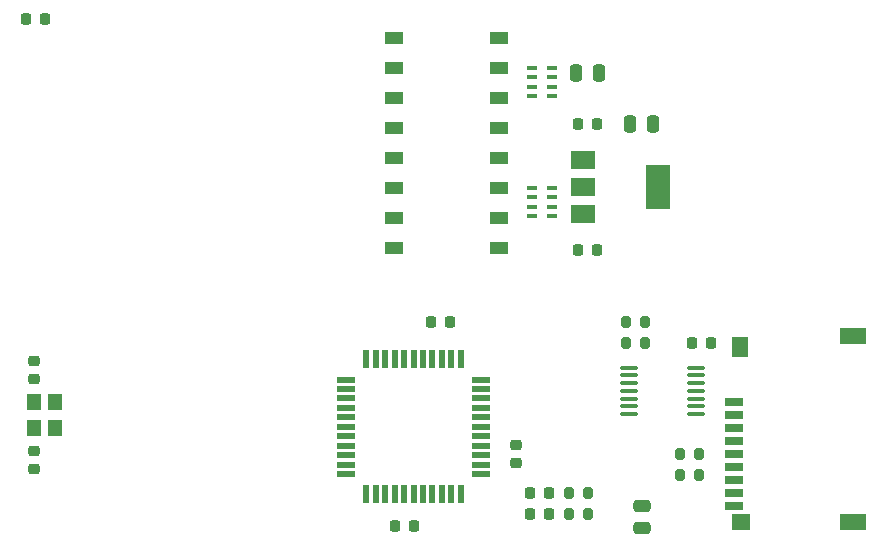
<source format=gbr>
G04 #@! TF.GenerationSoftware,KiCad,Pcbnew,(6.0.5)*
G04 #@! TF.CreationDate,2022-05-29T11:52:24+01:00*
G04 #@! TF.ProjectId,Econet_AtoMMC,45636f6e-6574-45f4-9174-6f4d4d432e6b,01*
G04 #@! TF.SameCoordinates,Original*
G04 #@! TF.FileFunction,Paste,Top*
G04 #@! TF.FilePolarity,Positive*
%FSLAX46Y46*%
G04 Gerber Fmt 4.6, Leading zero omitted, Abs format (unit mm)*
G04 Created by KiCad (PCBNEW (6.0.5)) date 2022-05-29 11:52:24*
%MOMM*%
%LPD*%
G01*
G04 APERTURE LIST*
G04 Aperture macros list*
%AMRoundRect*
0 Rectangle with rounded corners*
0 $1 Rounding radius*
0 $2 $3 $4 $5 $6 $7 $8 $9 X,Y pos of 4 corners*
0 Add a 4 corners polygon primitive as box body*
4,1,4,$2,$3,$4,$5,$6,$7,$8,$9,$2,$3,0*
0 Add four circle primitives for the rounded corners*
1,1,$1+$1,$2,$3*
1,1,$1+$1,$4,$5*
1,1,$1+$1,$6,$7*
1,1,$1+$1,$8,$9*
0 Add four rect primitives between the rounded corners*
20,1,$1+$1,$2,$3,$4,$5,0*
20,1,$1+$1,$4,$5,$6,$7,0*
20,1,$1+$1,$6,$7,$8,$9,0*
20,1,$1+$1,$8,$9,$2,$3,0*%
G04 Aperture macros list end*
%ADD10RoundRect,0.200000X-0.200000X-0.275000X0.200000X-0.275000X0.200000X0.275000X-0.200000X0.275000X0*%
%ADD11R,0.900000X0.400000*%
%ADD12R,1.500000X1.100000*%
%ADD13R,1.600000X0.700000*%
%ADD14R,1.600000X1.400000*%
%ADD15R,2.200000X1.400000*%
%ADD16R,1.400000X1.800000*%
%ADD17RoundRect,0.218750X-0.218750X-0.256250X0.218750X-0.256250X0.218750X0.256250X-0.218750X0.256250X0*%
%ADD18RoundRect,0.225000X0.225000X0.250000X-0.225000X0.250000X-0.225000X-0.250000X0.225000X-0.250000X0*%
%ADD19RoundRect,0.225000X-0.225000X-0.250000X0.225000X-0.250000X0.225000X0.250000X-0.225000X0.250000X0*%
%ADD20RoundRect,0.225000X-0.250000X0.225000X-0.250000X-0.225000X0.250000X-0.225000X0.250000X0.225000X0*%
%ADD21RoundRect,0.200000X0.200000X0.275000X-0.200000X0.275000X-0.200000X-0.275000X0.200000X-0.275000X0*%
%ADD22RoundRect,0.100000X-0.637500X-0.100000X0.637500X-0.100000X0.637500X0.100000X-0.637500X0.100000X0*%
%ADD23RoundRect,0.250000X-0.250000X-0.475000X0.250000X-0.475000X0.250000X0.475000X-0.250000X0.475000X0*%
%ADD24RoundRect,0.250000X0.475000X-0.250000X0.475000X0.250000X-0.475000X0.250000X-0.475000X-0.250000X0*%
%ADD25R,1.500000X0.550000*%
%ADD26R,0.550000X1.500000*%
%ADD27R,1.200000X1.400000*%
%ADD28R,2.000000X1.500000*%
%ADD29R,2.000000X3.800000*%
G04 APERTURE END LIST*
D10*
X150532000Y-84245000D03*
X152182000Y-84245000D03*
D11*
X142545000Y-72885000D03*
X142545000Y-73685000D03*
X142545000Y-74485000D03*
X142545000Y-75285000D03*
X144245000Y-75285000D03*
X144245000Y-74485000D03*
X144245000Y-73685000D03*
X144245000Y-72885000D03*
X142545000Y-62725000D03*
X142545000Y-63525000D03*
X142545000Y-64325000D03*
X142545000Y-65125000D03*
X144245000Y-65125000D03*
X144245000Y-64325000D03*
X144245000Y-63525000D03*
X144245000Y-62725000D03*
D12*
X130886000Y-60237000D03*
X130886000Y-62777000D03*
X130886000Y-65317000D03*
X130886000Y-67857000D03*
X130886000Y-70397000D03*
X130886000Y-72937000D03*
X130886000Y-75477000D03*
X130886000Y-78017000D03*
X139786000Y-78017000D03*
X139786000Y-75477000D03*
X139786000Y-72937000D03*
X139786000Y-70397000D03*
X139786000Y-67857000D03*
X139786000Y-65317000D03*
X139786000Y-62777000D03*
X139786000Y-60237000D03*
D10*
X150532000Y-86023000D03*
X152182000Y-86023000D03*
D13*
X159675000Y-91055000D03*
X159675000Y-92155000D03*
X159675000Y-93255000D03*
X159675000Y-94355000D03*
X159675000Y-95455000D03*
X159675000Y-96555000D03*
X159675000Y-97655000D03*
X159675000Y-98755000D03*
X159675000Y-99855000D03*
D14*
X160275000Y-101155000D03*
D15*
X169775000Y-101155000D03*
X169775000Y-85455000D03*
D16*
X160175000Y-86355000D03*
D17*
X142441500Y-98723000D03*
X144016500Y-98723000D03*
D18*
X148068000Y-67481000D03*
X146518000Y-67481000D03*
D19*
X99782000Y-58591000D03*
X101332000Y-58591000D03*
D20*
X141197000Y-94646000D03*
X141197000Y-96196000D03*
D10*
X155104000Y-97199000D03*
X156754000Y-97199000D03*
D21*
X156754000Y-95421000D03*
X155104000Y-95421000D03*
D20*
X100420500Y-87529000D03*
X100420500Y-89079000D03*
D10*
X145706000Y-98723000D03*
X147356000Y-98723000D03*
D19*
X131024000Y-101517000D03*
X132574000Y-101517000D03*
D17*
X142441500Y-100501000D03*
X144016500Y-100501000D03*
D19*
X146518000Y-78149000D03*
X148068000Y-78149000D03*
D22*
X150780500Y-88137000D03*
X150780500Y-88787000D03*
X150780500Y-89437000D03*
X150780500Y-90087000D03*
X150780500Y-90737000D03*
X150780500Y-91387000D03*
X150780500Y-92037000D03*
X156505500Y-92037000D03*
X156505500Y-91387000D03*
X156505500Y-90737000D03*
X156505500Y-90087000D03*
X156505500Y-89437000D03*
X156505500Y-88787000D03*
X156505500Y-88137000D03*
D23*
X150915000Y-67481000D03*
X152815000Y-67481000D03*
D24*
X151865000Y-101705000D03*
X151865000Y-99805000D03*
D20*
X100420500Y-95149000D03*
X100420500Y-96699000D03*
D10*
X145706000Y-100501000D03*
X147356000Y-100501000D03*
D23*
X146343000Y-63163000D03*
X148243000Y-63163000D03*
D25*
X126861000Y-89130000D03*
X126861000Y-89930000D03*
X126861000Y-90730000D03*
X126861000Y-91530000D03*
X126861000Y-92330000D03*
X126861000Y-93130000D03*
X126861000Y-93930000D03*
X126861000Y-94730000D03*
X126861000Y-95530000D03*
X126861000Y-96330000D03*
X126861000Y-97130000D03*
D26*
X128561000Y-98830000D03*
X129361000Y-98830000D03*
X130161000Y-98830000D03*
X130961000Y-98830000D03*
X131761000Y-98830000D03*
X132561000Y-98830000D03*
X133361000Y-98830000D03*
X134161000Y-98830000D03*
X134961000Y-98830000D03*
X135761000Y-98830000D03*
X136561000Y-98830000D03*
D25*
X138261000Y-97130000D03*
X138261000Y-96330000D03*
X138261000Y-95530000D03*
X138261000Y-94730000D03*
X138261000Y-93930000D03*
X138261000Y-93130000D03*
X138261000Y-92330000D03*
X138261000Y-91530000D03*
X138261000Y-90730000D03*
X138261000Y-89930000D03*
X138261000Y-89130000D03*
D26*
X136561000Y-87430000D03*
X135761000Y-87430000D03*
X134961000Y-87430000D03*
X134161000Y-87430000D03*
X133361000Y-87430000D03*
X132561000Y-87430000D03*
X131761000Y-87430000D03*
X130961000Y-87430000D03*
X130161000Y-87430000D03*
X129361000Y-87430000D03*
X128561000Y-87430000D03*
D18*
X135622000Y-84245000D03*
X134072000Y-84245000D03*
D27*
X100459500Y-91014000D03*
X100459500Y-93214000D03*
X102159500Y-93214000D03*
X102159500Y-91014000D03*
D19*
X156170000Y-86023000D03*
X157720000Y-86023000D03*
D28*
X146937000Y-70515000D03*
D29*
X153237000Y-72815000D03*
D28*
X146937000Y-72815000D03*
X146937000Y-75115000D03*
M02*

</source>
